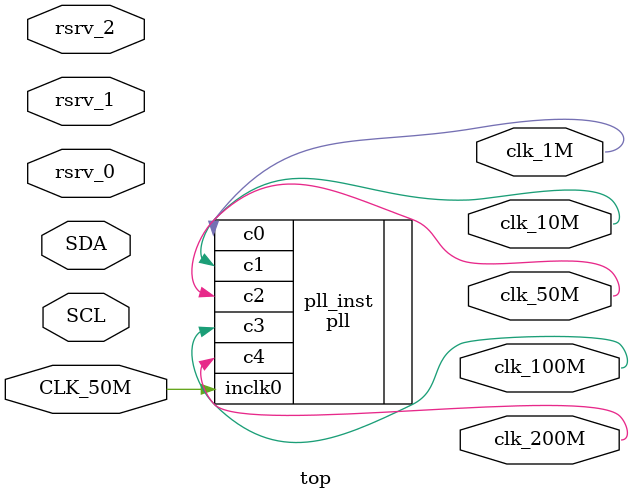
<source format=sv>


// pll pll_inst( .inclk0(CLK_50M), .c0(clk_1M), .c1(clk_10M), .c2(clk_50M), .c3(clk_100M), .c4(clk_200M) );

// endmodule

module top(
    (* chip_pin = "T2" *) input CLK_50M,
    // --
    (* chip_pin = "AA13" *) input wire SCL, 
    (* chip_pin = "AA14" *) input wire SDA, 
    (* chip_pin = "AA15" *) input wire rsrv_0, 
    (* chip_pin = "AA16" *) input wire rsrv_1,
    (* chip_pin = "AA17" *) input wire rsrv_2, 
    // --
    output wire clk_1M, clk_10M, clk_50M, clk_100M, clk_200M
);

// wire clk_1M, clk_10M, clk_50M, clk_100M, clk_200M;

pll pll_inst( .inclk0(CLK_50M), .c0(clk_1M), .c1(clk_10M), .c2(clk_50M), .c3(clk_100M), .c4(clk_200M) );

endmodule

// module top(
//     (* chip_pin = "T2" *) input CLK_50M,
//     // --
//     (* chip_pin = "AA13" *) input wire CONFIG_DONE,     // cabel [1]
//     (* chip_pin = "AA14" *) input wire INIT_DONE,       // cabel [2]
//     (* chip_pin = "AA15" *) input wire DATA0,           // cabel [3]
//     (* chip_pin = "AA16" *) input wire nCONFIG,         // cabel [4]
//     (* chip_pin = "AA17" *) input wire nSTATUS,         // cabel [5]
//     // --
//     output wire clk_1M, clk_10M, clk_50M, clk_100M, clk_200M
// );

// wire clk_1M, clk_10M, clk_50M, clk_100M, clk_200M;

// pll pll_inst( .inclk0(CLK_50M), .c0(clk_1M), .c1(clk_10M), .c2(clk_50M), .c3(clk_100M), .c4(clk_200M) );

// endmodule


</source>
